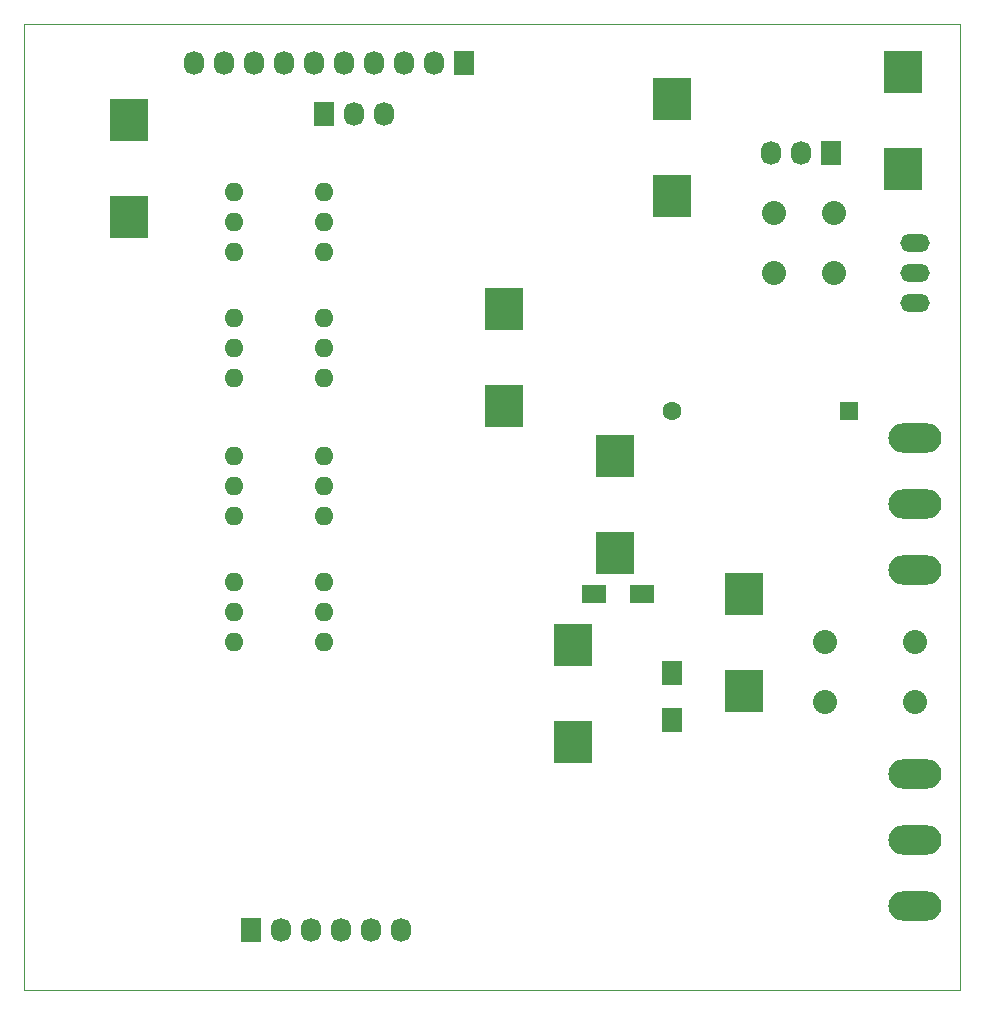
<source format=gbr>
G04 #@! TF.FileFunction,Soldermask,Bot*
%FSLAX46Y46*%
G04 Gerber Fmt 4.6, Leading zero omitted, Abs format (unit mm)*
G04 Created by KiCad (PCBNEW (after 2015-mar-04 BZR unknown)-product) date 26/07/2015 13:07:27*
%MOMM*%
G01*
G04 APERTURE LIST*
%ADD10C,0.100000*%
%ADD11C,2.032000*%
%ADD12O,2.032000X2.032000*%
%ADD13R,2.000000X1.600000*%
%ADD14R,1.727200X2.032000*%
%ADD15O,1.727200X2.032000*%
%ADD16O,4.500880X2.499360*%
%ADD17O,2.499360X1.501140*%
%ADD18R,1.700000X2.000000*%
%ADD19O,1.600000X1.600000*%
%ADD20R,1.600000X1.600000*%
%ADD21C,1.600000*%
%ADD22R,3.200000X3.600000*%
G04 APERTURE END LIST*
D10*
X106172000Y-34036000D02*
X106172000Y-115824000D01*
X185420000Y-34036000D02*
X106172000Y-34036000D01*
X185420000Y-115824000D02*
X185420000Y-34036000D01*
X106172000Y-115824000D02*
X185420000Y-115824000D01*
D11*
X174752000Y-55118000D03*
X174752000Y-50038000D03*
D12*
X169672000Y-55118000D03*
X169672000Y-50038000D03*
D11*
X181610000Y-91440000D03*
D12*
X173990000Y-91440000D03*
D11*
X181610000Y-86360000D03*
D12*
X173990000Y-86360000D03*
D13*
X154464000Y-82296000D03*
X158464000Y-82296000D03*
D14*
X143383000Y-37338000D03*
D15*
X140843000Y-37338000D03*
X138303000Y-37338000D03*
X135763000Y-37338000D03*
X133223000Y-37338000D03*
X130683000Y-37338000D03*
X128143000Y-37338000D03*
X125603000Y-37338000D03*
X123063000Y-37338000D03*
X120523000Y-37338000D03*
D14*
X174498000Y-44958000D03*
D15*
X171958000Y-44958000D03*
X169418000Y-44958000D03*
D14*
X131572000Y-41656000D03*
D15*
X134112000Y-41656000D03*
X136652000Y-41656000D03*
D14*
X125349000Y-110744000D03*
D15*
X127889000Y-110744000D03*
X130429000Y-110744000D03*
X132969000Y-110744000D03*
X135509000Y-110744000D03*
X138049000Y-110744000D03*
D16*
X181610000Y-74676000D03*
X181610000Y-69088000D03*
X181610000Y-80264000D03*
X181610000Y-103124000D03*
X181610000Y-97536000D03*
X181610000Y-108712000D03*
D17*
X181610000Y-55118000D03*
X181610000Y-52578000D03*
X181610000Y-57658000D03*
D18*
X161036000Y-88932000D03*
X161036000Y-92932000D03*
D19*
X123952000Y-48260000D03*
X123952000Y-50800000D03*
X123952000Y-53340000D03*
X131572000Y-53340000D03*
X131572000Y-50800000D03*
X131572000Y-48260000D03*
X123952000Y-58928000D03*
X123952000Y-61468000D03*
X123952000Y-64008000D03*
X131572000Y-64008000D03*
X131572000Y-61468000D03*
X131572000Y-58928000D03*
X123952000Y-70612000D03*
X123952000Y-73152000D03*
X123952000Y-75692000D03*
X131572000Y-75692000D03*
X131572000Y-73152000D03*
X131572000Y-70612000D03*
X131572000Y-86360000D03*
X131572000Y-83820000D03*
X131572000Y-81280000D03*
X123952000Y-81280000D03*
X123952000Y-83820000D03*
X123952000Y-86360000D03*
D20*
X176022000Y-66802000D03*
D21*
X161022000Y-66802000D03*
D22*
X180594000Y-38064000D03*
X180594000Y-46264000D03*
X146812000Y-58130000D03*
X146812000Y-66330000D03*
X115062000Y-42128000D03*
X115062000Y-50328000D03*
X161036000Y-40350000D03*
X161036000Y-48550000D03*
X167132000Y-82260000D03*
X167132000Y-90460000D03*
X156210000Y-70576000D03*
X156210000Y-78776000D03*
X152654000Y-86578000D03*
X152654000Y-94778000D03*
M02*

</source>
